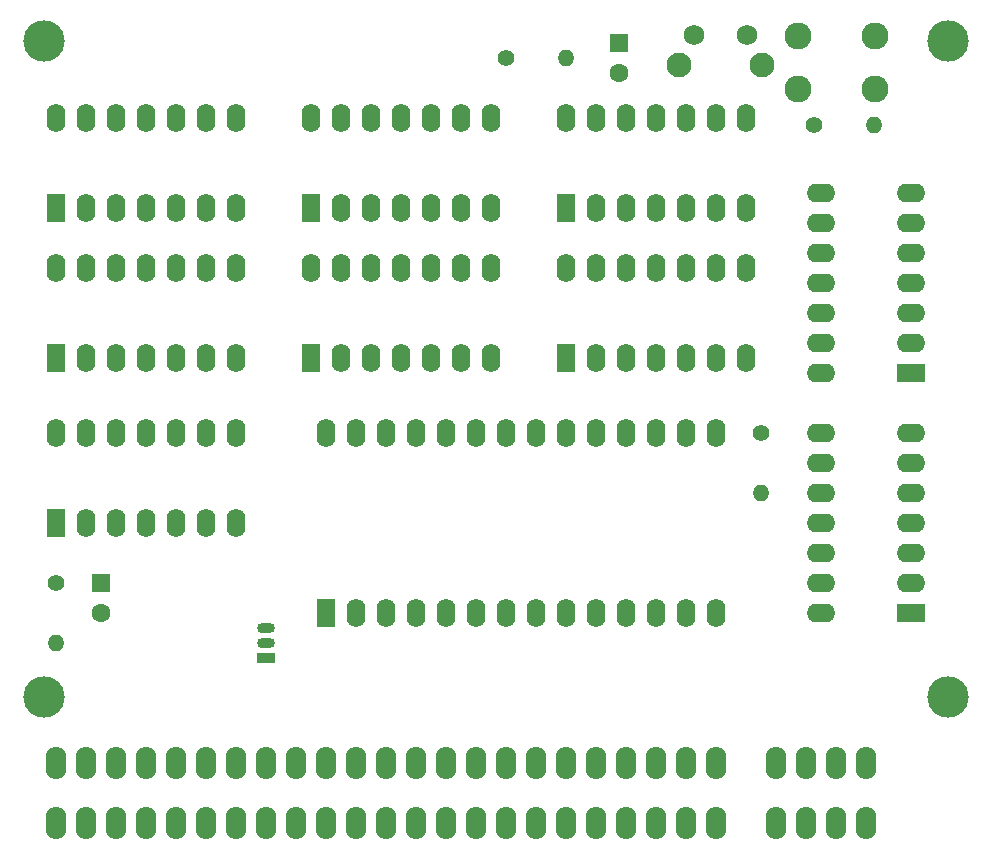
<source format=gbs>
G04 #@! TF.FileFunction,Soldermask,Bot*
%FSLAX46Y46*%
G04 Gerber Fmt 4.6, Leading zero omitted, Abs format (unit mm)*
G04 Created by KiCad (PCBNEW 4.0.7) date 12/12/18 23:49:00*
%MOMM*%
%LPD*%
G01*
G04 APERTURE LIST*
%ADD10C,0.100000*%
%ADD11R,1.600000X1.600000*%
%ADD12C,1.600000*%
%ADD13O,1.727200X2.800000*%
%ADD14O,1.500000X0.900000*%
%ADD15R,1.500000X0.900000*%
%ADD16C,1.400000*%
%ADD17O,1.400000X1.400000*%
%ADD18C,2.279600*%
%ADD19C,2.100000*%
%ADD20C,1.750000*%
%ADD21R,1.600000X2.400000*%
%ADD22O,1.600000X2.400000*%
%ADD23R,2.400000X1.600000*%
%ADD24O,2.400000X1.600000*%
%ADD25C,3.500000*%
G04 APERTURE END LIST*
D10*
D11*
X160655000Y-57150000D03*
D12*
X160655000Y-59650000D03*
D11*
X116840000Y-102870000D03*
D12*
X116840000Y-105370000D03*
D13*
X113030000Y-123190000D03*
X115570000Y-123190000D03*
X118110000Y-123190000D03*
X120650000Y-123190000D03*
X123190000Y-123190000D03*
X125730000Y-123190000D03*
X128270000Y-123190000D03*
X130810000Y-123190000D03*
X113030000Y-118110000D03*
X115570000Y-118110000D03*
X118110000Y-118110000D03*
X120650000Y-118110000D03*
X123190000Y-118110000D03*
X125730000Y-118110000D03*
X128270000Y-118110000D03*
X130810000Y-118110000D03*
X181610000Y-118110000D03*
X181610000Y-123190000D03*
X179070000Y-118110000D03*
X179070000Y-123190000D03*
X176530000Y-118110000D03*
X176530000Y-123190000D03*
X173990000Y-118110000D03*
X173990000Y-123190000D03*
X168910000Y-118110000D03*
X168910000Y-123190000D03*
X166370000Y-118110000D03*
X166370000Y-123190000D03*
X163830000Y-118110000D03*
X163830000Y-123190000D03*
X161290000Y-118110000D03*
X161290000Y-123190000D03*
X158750000Y-118110000D03*
X158750000Y-123190000D03*
X156210000Y-118110000D03*
X156210000Y-123190000D03*
X153670000Y-118110000D03*
X153670000Y-123190000D03*
X151130000Y-118110000D03*
X151130000Y-123190000D03*
X148590000Y-118110000D03*
X148590000Y-123190000D03*
X146050000Y-118110000D03*
X146050000Y-123190000D03*
X143510000Y-118110000D03*
X143510000Y-123190000D03*
X140970000Y-118110000D03*
X140970000Y-123190000D03*
X138430000Y-118110000D03*
X138430000Y-123190000D03*
X135890000Y-118110000D03*
X135890000Y-123190000D03*
X133350000Y-118110000D03*
X133350000Y-123190000D03*
D14*
X130810000Y-107950000D03*
X130810000Y-106680000D03*
D15*
X130810000Y-109220000D03*
D16*
X177165000Y-64135000D03*
D17*
X182245000Y-64135000D03*
D16*
X151130000Y-58420000D03*
D17*
X156210000Y-58420000D03*
D16*
X113030000Y-102870000D03*
D17*
X113030000Y-107950000D03*
D16*
X172720000Y-90170000D03*
D17*
X172720000Y-95250000D03*
D18*
X182321200Y-61061600D03*
X175818800Y-61061600D03*
X182321200Y-56540400D03*
X175818800Y-56540400D03*
D19*
X172765000Y-59005000D03*
D20*
X171505000Y-56515000D03*
X167005000Y-56515000D03*
D19*
X165755000Y-59005000D03*
D21*
X156210000Y-71120000D03*
D22*
X171450000Y-63500000D03*
X158750000Y-71120000D03*
X168910000Y-63500000D03*
X161290000Y-71120000D03*
X166370000Y-63500000D03*
X163830000Y-71120000D03*
X163830000Y-63500000D03*
X166370000Y-71120000D03*
X161290000Y-63500000D03*
X168910000Y-71120000D03*
X158750000Y-63500000D03*
X171450000Y-71120000D03*
X156210000Y-63500000D03*
D21*
X113030000Y-97790000D03*
D22*
X128270000Y-90170000D03*
X115570000Y-97790000D03*
X125730000Y-90170000D03*
X118110000Y-97790000D03*
X123190000Y-90170000D03*
X120650000Y-97790000D03*
X120650000Y-90170000D03*
X123190000Y-97790000D03*
X118110000Y-90170000D03*
X125730000Y-97790000D03*
X115570000Y-90170000D03*
X128270000Y-97790000D03*
X113030000Y-90170000D03*
D21*
X113030000Y-83820000D03*
D22*
X128270000Y-76200000D03*
X115570000Y-83820000D03*
X125730000Y-76200000D03*
X118110000Y-83820000D03*
X123190000Y-76200000D03*
X120650000Y-83820000D03*
X120650000Y-76200000D03*
X123190000Y-83820000D03*
X118110000Y-76200000D03*
X125730000Y-83820000D03*
X115570000Y-76200000D03*
X128270000Y-83820000D03*
X113030000Y-76200000D03*
D21*
X134620000Y-83820000D03*
D22*
X149860000Y-76200000D03*
X137160000Y-83820000D03*
X147320000Y-76200000D03*
X139700000Y-83820000D03*
X144780000Y-76200000D03*
X142240000Y-83820000D03*
X142240000Y-76200000D03*
X144780000Y-83820000D03*
X139700000Y-76200000D03*
X147320000Y-83820000D03*
X137160000Y-76200000D03*
X149860000Y-83820000D03*
X134620000Y-76200000D03*
D21*
X134620000Y-71120000D03*
D22*
X149860000Y-63500000D03*
X137160000Y-71120000D03*
X147320000Y-63500000D03*
X139700000Y-71120000D03*
X144780000Y-63500000D03*
X142240000Y-71120000D03*
X142240000Y-63500000D03*
X144780000Y-71120000D03*
X139700000Y-63500000D03*
X147320000Y-71120000D03*
X137160000Y-63500000D03*
X149860000Y-71120000D03*
X134620000Y-63500000D03*
D23*
X185420000Y-105410000D03*
D24*
X177800000Y-90170000D03*
X185420000Y-102870000D03*
X177800000Y-92710000D03*
X185420000Y-100330000D03*
X177800000Y-95250000D03*
X185420000Y-97790000D03*
X177800000Y-97790000D03*
X185420000Y-95250000D03*
X177800000Y-100330000D03*
X185420000Y-92710000D03*
X177800000Y-102870000D03*
X185420000Y-90170000D03*
X177800000Y-105410000D03*
D23*
X185420000Y-85090000D03*
D24*
X177800000Y-69850000D03*
X185420000Y-82550000D03*
X177800000Y-72390000D03*
X185420000Y-80010000D03*
X177800000Y-74930000D03*
X185420000Y-77470000D03*
X177800000Y-77470000D03*
X185420000Y-74930000D03*
X177800000Y-80010000D03*
X185420000Y-72390000D03*
X177800000Y-82550000D03*
X185420000Y-69850000D03*
X177800000Y-85090000D03*
D21*
X156210000Y-83820000D03*
D22*
X171450000Y-76200000D03*
X158750000Y-83820000D03*
X168910000Y-76200000D03*
X161290000Y-83820000D03*
X166370000Y-76200000D03*
X163830000Y-83820000D03*
X163830000Y-76200000D03*
X166370000Y-83820000D03*
X161290000Y-76200000D03*
X168910000Y-83820000D03*
X158750000Y-76200000D03*
X171450000Y-83820000D03*
X156210000Y-76200000D03*
D21*
X113030000Y-71120000D03*
D22*
X128270000Y-63500000D03*
X115570000Y-71120000D03*
X125730000Y-63500000D03*
X118110000Y-71120000D03*
X123190000Y-63500000D03*
X120650000Y-71120000D03*
X120650000Y-63500000D03*
X123190000Y-71120000D03*
X118110000Y-63500000D03*
X125730000Y-71120000D03*
X115570000Y-63500000D03*
X128270000Y-71120000D03*
X113030000Y-63500000D03*
D21*
X135890000Y-105410000D03*
D22*
X168910000Y-90170000D03*
X138430000Y-105410000D03*
X166370000Y-90170000D03*
X140970000Y-105410000D03*
X163830000Y-90170000D03*
X143510000Y-105410000D03*
X161290000Y-90170000D03*
X146050000Y-105410000D03*
X158750000Y-90170000D03*
X148590000Y-105410000D03*
X156210000Y-90170000D03*
X151130000Y-105410000D03*
X153670000Y-90170000D03*
X153670000Y-105410000D03*
X151130000Y-90170000D03*
X156210000Y-105410000D03*
X148590000Y-90170000D03*
X158750000Y-105410000D03*
X146050000Y-90170000D03*
X161290000Y-105410000D03*
X143510000Y-90170000D03*
X163830000Y-105410000D03*
X140970000Y-90170000D03*
X166370000Y-105410000D03*
X138430000Y-90170000D03*
X168910000Y-105410000D03*
X135890000Y-90170000D03*
D25*
X112000000Y-57000000D03*
X188500000Y-57000000D03*
X188500000Y-112500000D03*
X112000000Y-112500000D03*
M02*

</source>
